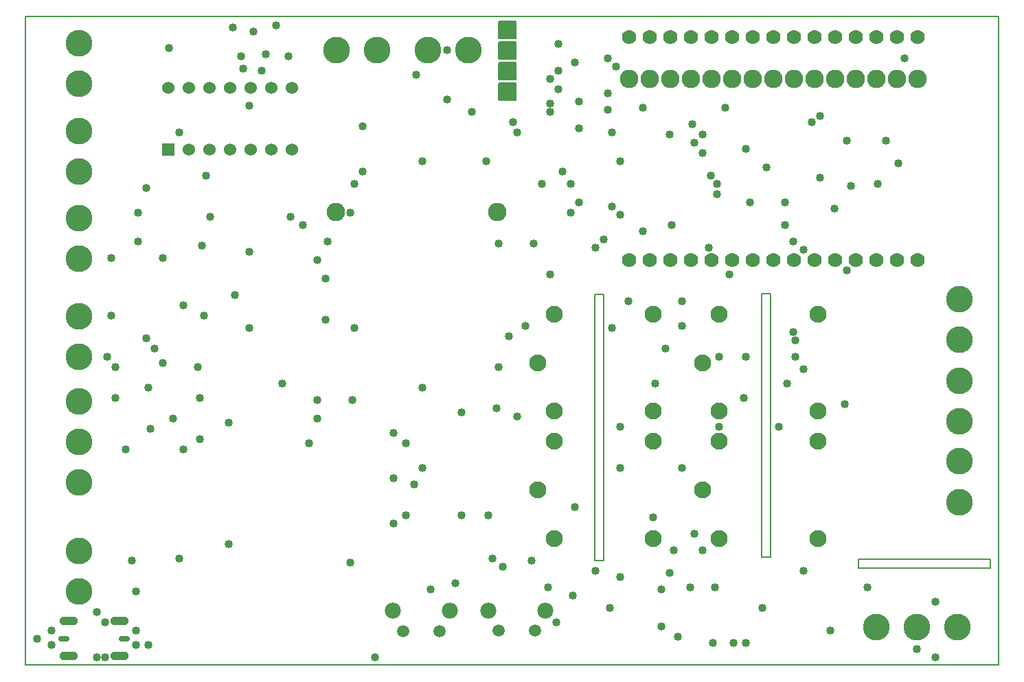
<source format=gbr>
G04 PROTEUS GERBER X2 FILE*
%TF.GenerationSoftware,Labcenter,Proteus,8.11-SP0-Build30052*%
%TF.CreationDate,2021-11-08T23:16:57+00:00*%
%TF.FileFunction,Soldermask,Bot*%
%TF.FilePolarity,Negative*%
%TF.Part,Single*%
%TF.SameCoordinates,{af5e3d67-cc9f-4e8b-9fcc-2bf036155207}*%
%FSLAX45Y45*%
%MOMM*%
G01*
%TA.AperFunction,Material*%
%ADD58C,1.016000*%
%TA.AperFunction,Material*%
%ADD59C,1.778000*%
%TA.AperFunction,Material*%
%ADD60C,2.286000*%
%AMPPAD055*
4,1,36,
-1.143000,-1.016000,
-1.143000,1.016000,
-1.140470,1.041970,
-1.133200,1.065980,
-1.121650,1.087580,
-1.106290,1.106290,
-1.087570,1.121650,
-1.065980,1.133200,
-1.041970,1.140470,
-1.016000,1.143000,
1.016000,1.143000,
1.041970,1.140470,
1.065980,1.133200,
1.087570,1.121650,
1.106290,1.106290,
1.121650,1.087580,
1.133200,1.065980,
1.140470,1.041970,
1.143000,1.016000,
1.143000,-1.016000,
1.140470,-1.041970,
1.133200,-1.065980,
1.121650,-1.087580,
1.106290,-1.106290,
1.087570,-1.121650,
1.065980,-1.133200,
1.041970,-1.140470,
1.016000,-1.143000,
-1.016000,-1.143000,
-1.041970,-1.140470,
-1.065980,-1.133200,
-1.087570,-1.121650,
-1.106290,-1.106290,
-1.121650,-1.087580,
-1.133200,-1.065980,
-1.140470,-1.041970,
-1.143000,-1.016000,
0*%
%TA.AperFunction,Material*%
%ADD61PPAD055*%
%TA.AperFunction,Material*%
%ADD62C,3.302000*%
%TA.AperFunction,Material*%
%ADD63C,2.100000*%
%AMPPAD066*
4,1,36,
-0.635000,0.762000,
0.635000,0.762000,
0.660970,0.759470,
0.684980,0.752200,
0.706580,0.740650,
0.725290,0.725290,
0.740650,0.706570,
0.752200,0.684980,
0.759470,0.660970,
0.762000,0.635000,
0.762000,-0.635000,
0.759470,-0.660970,
0.752200,-0.684980,
0.740650,-0.706570,
0.725290,-0.725290,
0.706580,-0.740650,
0.684980,-0.752200,
0.660970,-0.759470,
0.635000,-0.762000,
-0.635000,-0.762000,
-0.660970,-0.759470,
-0.684980,-0.752200,
-0.706580,-0.740650,
-0.725290,-0.725290,
-0.740650,-0.706570,
-0.752200,-0.684980,
-0.759470,-0.660970,
-0.762000,-0.635000,
-0.762000,0.635000,
-0.759470,0.660970,
-0.752200,0.684980,
-0.740650,0.706570,
-0.725290,0.725290,
-0.706580,0.740650,
-0.684980,0.752200,
-0.660970,0.759470,
-0.635000,0.762000,
0*%
%TA.AperFunction,Material*%
%ADD76PPAD066*%
%ADD77C,1.524000*%
%TA.AperFunction,Material*%
%ADD94C,1.520000*%
%ADD95C,1.980000*%
%AMPPAD089*
4,1,34,
-0.550010,0.550000,
0.550010,0.550000,
0.662460,0.539060,
0.766460,0.507570,
0.859980,0.457550,
0.941020,0.391020,
1.007550,0.309980,
1.057570,0.216460,
1.089060,0.112460,
1.100000,-0.000010,
1.089060,-0.112460,
1.057570,-0.216460,
1.007550,-0.309980,
0.941020,-0.391020,
0.859980,-0.457550,
0.766460,-0.507570,
0.662460,-0.539060,
0.550010,-0.550000,
-0.550010,-0.550000,
-0.662460,-0.539060,
-0.766460,-0.507570,
-0.859980,-0.457550,
-0.941020,-0.391020,
-1.007550,-0.309980,
-1.057570,-0.216460,
-1.089060,-0.112460,
-1.100000,0.000010,
-1.089060,0.112460,
-1.057570,0.216460,
-1.007550,0.309980,
-0.941020,0.391020,
-0.859980,0.457550,
-0.766460,0.507570,
-0.662460,0.539060,
-0.550010,0.550000,
0*%
%TA.AperFunction,Material*%
%ADD99PPAD089*%
%AMPPAD090*
4,1,34,
-0.350010,0.350000,
0.350010,0.350000,
0.421570,0.343040,
0.487750,0.323000,
0.547260,0.291170,
0.598830,0.248830,
0.641170,0.197260,
0.673000,0.137750,
0.693040,0.071570,
0.700000,-0.000010,
0.693040,-0.071570,
0.673000,-0.137750,
0.641170,-0.197260,
0.598830,-0.248830,
0.547260,-0.291170,
0.487750,-0.323000,
0.421570,-0.343040,
0.350010,-0.350000,
-0.350010,-0.350000,
-0.421570,-0.343040,
-0.487750,-0.323000,
-0.547260,-0.291170,
-0.598830,-0.248830,
-0.641170,-0.197260,
-0.673000,-0.137750,
-0.693040,-0.071570,
-0.700000,0.000010,
-0.693040,0.071570,
-0.673000,0.137750,
-0.641170,0.197260,
-0.598830,0.248830,
-0.547260,0.291170,
-0.487750,0.323000,
-0.421570,0.343040,
-0.350010,0.350000,
0*%
%ADD100PPAD090*%
%TA.AperFunction,Profile*%
%ADD49C,0.203200*%
%TD.AperFunction*%
D58*
X+1955800Y+4445000D03*
X+1524000Y+3429000D03*
X+2133600Y+3683000D03*
X+1549400Y+2921000D03*
X+2184400Y+5181600D03*
X+1600200Y+3911600D03*
X+3429000Y+5435600D03*
X+3251200Y+7518400D03*
X+3175000Y+3479800D03*
X+2971800Y+7543800D03*
X+1701800Y+3733800D03*
X+2667000Y+7518400D03*
X+5003800Y+939800D03*
X+5384800Y+3124200D03*
X+5384800Y+1854200D03*
X+7035800Y+1168400D03*
X+6781800Y+1955800D03*
X+6172200Y+4191000D03*
X+10109200Y+3225800D03*
X+9601200Y+3657600D03*
X+9601200Y+1168400D03*
X+6756400Y+863600D03*
X+5765800Y+1320800D03*
X+6553200Y+533400D03*
X+7950200Y+1143000D03*
X+7340600Y+5562600D03*
X+7340600Y+6223000D03*
X+6451600Y+965200D03*
X+7442200Y+4495800D03*
X+8102600Y+4495800D03*
X+9601200Y+5130800D03*
X+9804400Y+6781800D03*
X+9804400Y+6019800D03*
X+889000Y+101600D03*
X+889000Y+660400D03*
X+152400Y+330200D03*
X+990600Y+101600D03*
X+990600Y+533400D03*
X+2235200Y+6045200D03*
X+1828800Y+3048000D03*
X+2514600Y+2997200D03*
X+2514600Y+1498600D03*
X+2768600Y+5105400D03*
X+4064000Y+4165600D03*
X+3733800Y+5232400D03*
X+2768600Y+4165600D03*
X+4699000Y+1854200D03*
X+4699000Y+2743200D03*
X+2590800Y+4572000D03*
X+7975600Y+5435600D03*
X+7950200Y+6553200D03*
X+1498600Y+4038600D03*
X+1905000Y+1320800D03*
X+5842000Y+5207000D03*
X+7340600Y+1092200D03*
X+1117600Y+3302000D03*
X+5842000Y+3683000D03*
X+7340600Y+2438400D03*
X+8102600Y+2438400D03*
X+6273800Y+5207000D03*
X+1117600Y+3683000D03*
X+6477000Y+7239000D03*
X+1955800Y+2667000D03*
X+5816600Y+3175000D03*
X+8204200Y+965200D03*
X+1244600Y+2667000D03*
X+8636000Y+6883400D03*
X+7620000Y+6883400D03*
X+7620000Y+5359400D03*
X+4013200Y+5588000D03*
X+8890000Y+6375400D03*
X+9144000Y+6146800D03*
X+6832600Y+6629400D03*
X+7035800Y+5156200D03*
X+8432800Y+5156200D03*
X+9474200Y+5232400D03*
X+7188200Y+6858000D03*
X+7137400Y+5257800D03*
X+7239000Y+4165600D03*
X+8102600Y+4191000D03*
X+8051800Y+355600D03*
X+8229600Y+6680200D03*
X+2921000Y+7340600D03*
X+2565400Y+7874000D03*
X+6477000Y+6934200D03*
X+6375400Y+5943600D03*
X+4064000Y+5943600D03*
X+8001000Y+1422400D03*
X+8356600Y+1422400D03*
X+9499600Y+3810000D03*
X+9499600Y+4013200D03*
X+7239000Y+6578600D03*
X+7239000Y+5664200D03*
X+9982200Y+5638800D03*
X+1066800Y+4318000D03*
X+1016000Y+3810000D03*
X+7899400Y+3911600D03*
X+7213600Y+711200D03*
X+330200Y+254000D03*
X+1371600Y+254000D03*
X+1371600Y+914400D03*
X+4038600Y+3276600D03*
X+6781800Y+7442200D03*
X+5207000Y+7594600D03*
X+8458200Y+6045200D03*
X+1701800Y+5029200D03*
X+1066800Y+5029200D03*
X+4546600Y+2870200D03*
X+3606800Y+3276600D03*
X+4546600Y+2311400D03*
X+1320800Y+1295400D03*
X+1524000Y+254000D03*
X+4546600Y+1752600D03*
X+2286000Y+5537200D03*
X+3505200Y+2743200D03*
X+3708400Y+4267200D03*
X+1371600Y+431800D03*
X+10515600Y+5943600D03*
X+3276600Y+5537200D03*
X+330200Y+431800D03*
X+3606800Y+3048000D03*
X+2159000Y+2794000D03*
X+2159000Y+3302000D03*
X+3708400Y+4775200D03*
X+2209800Y+4318000D03*
X+3606800Y+5003800D03*
X+8534400Y+5943600D03*
X+8534400Y+5816600D03*
X+8356600Y+6324600D03*
X+8940800Y+5715000D03*
X+4902200Y+2438400D03*
X+8890000Y+279400D03*
X+5892800Y+1219200D03*
X+6248400Y+1295400D03*
X+7848600Y+482600D03*
X+10998200Y+203200D03*
X+7848600Y+939800D03*
X+4826000Y+7289800D03*
X+7772400Y+3479800D03*
X+10134600Y+4876800D03*
X+4800600Y+2235200D03*
X+10388600Y+965200D03*
X+9296400Y+2946400D03*
X+8890000Y+3810000D03*
X+8559800Y+3810000D03*
X+5969000Y+4064000D03*
X+6070600Y+6578600D03*
X+9398000Y+3479800D03*
X+8864600Y+3302000D03*
X+6019800Y+6705600D03*
X+6477000Y+6832600D03*
X+6477000Y+4826000D03*
X+8686800Y+4826000D03*
X+9474200Y+4114800D03*
X+7340600Y+2946400D03*
X+8559800Y+2946400D03*
X+6578600Y+7112000D03*
X+6731000Y+5588000D03*
X+5511800Y+6832600D03*
X+9093200Y+711200D03*
X+8737600Y+279400D03*
X+8483600Y+279400D03*
X+3098800Y+7899400D03*
X+6578600Y+7340600D03*
X+6578600Y+7670800D03*
X+1905000Y+6578600D03*
X+9702800Y+6705600D03*
X+7289800Y+7391400D03*
X+7188200Y+7061200D03*
X+6832600Y+6959600D03*
X+8356600Y+6553200D03*
X+10617200Y+6477000D03*
X+10134600Y+6477000D03*
X+2819400Y+7823200D03*
X+7188200Y+7493000D03*
X+6629400Y+6096000D03*
X+4165600Y+6096000D03*
X+10845800Y+7493000D03*
X+2692400Y+7366000D03*
X+4902200Y+6223000D03*
X+10769600Y+6197600D03*
X+10185400Y+5918200D03*
X+6832600Y+5715000D03*
X+8255000Y+6451600D03*
X+4902200Y+3429000D03*
X+1778000Y+7620000D03*
X+9372600Y+5435600D03*
X+5308600Y+1016000D03*
X+6070600Y+3073400D03*
X+5689600Y+6223000D03*
X+6731000Y+5943600D03*
X+9372600Y+5715000D03*
X+1397000Y+5588000D03*
X+1397000Y+5232400D03*
X+5715000Y+1854200D03*
X+5207000Y+6985000D03*
X+4165600Y+6654800D03*
X+2768600Y+6908800D03*
X+1498600Y+5892800D03*
X+7747000Y+1828800D03*
X+8255000Y+1625600D03*
X+4013200Y+1270000D03*
X+4318000Y+101600D03*
X+11226800Y+101600D03*
X+11226800Y+787400D03*
X+8509000Y+965200D03*
X+9931400Y+431800D03*
D59*
X+11010000Y+7760000D03*
X+10756000Y+7760000D03*
X+10502000Y+7760000D03*
X+10248000Y+7760000D03*
X+9994000Y+7760000D03*
X+9740000Y+7760000D03*
X+9486000Y+7760000D03*
X+9232000Y+7760000D03*
X+8978000Y+7760000D03*
X+8724000Y+7760000D03*
X+8470000Y+7760000D03*
X+8216000Y+7760000D03*
X+7962000Y+7760000D03*
X+7708000Y+7760000D03*
X+7454000Y+7760000D03*
X+7454000Y+5010000D03*
X+7708000Y+5010000D03*
X+7962000Y+5010000D03*
X+8216000Y+5010000D03*
X+8470000Y+5010000D03*
X+8724000Y+5010000D03*
X+8978000Y+5010000D03*
X+9232000Y+5010000D03*
X+9486000Y+5010000D03*
X+9740000Y+5010000D03*
X+9994000Y+5010000D03*
X+10248000Y+5010000D03*
X+10502000Y+5010000D03*
X+10756000Y+5010000D03*
X+11010000Y+5010000D03*
D60*
X+11014000Y+7240000D03*
X+10760000Y+7240000D03*
X+10506000Y+7240000D03*
X+10252000Y+7240000D03*
X+9998000Y+7240000D03*
X+9744000Y+7240000D03*
X+9490000Y+7240000D03*
X+9236000Y+7240000D03*
X+8982000Y+7240000D03*
X+8728000Y+7240000D03*
X+8474000Y+7240000D03*
X+8220000Y+7240000D03*
X+7966000Y+7240000D03*
X+7712000Y+7240000D03*
X+7458000Y+7240000D03*
D61*
X+5960000Y+7078000D03*
X+5960000Y+7332000D03*
X+5960000Y+7586000D03*
X+5960000Y+7840000D03*
D62*
X+670000Y+5019240D03*
X+670000Y+5519620D03*
X+670000Y+6099240D03*
X+670000Y+6599620D03*
X+670000Y+7179240D03*
X+670000Y+7679620D03*
X+11530000Y+4520380D03*
X+11530000Y+4020000D03*
X+11530000Y+3519620D03*
X+11530000Y+3019240D03*
X+11530000Y+2521400D03*
X+11530000Y+2021020D03*
D63*
X+8560000Y+3140000D03*
X+9780000Y+3140000D03*
X+9780000Y+4340000D03*
X+8560000Y+4340000D03*
X+8360000Y+3740000D03*
X+6530000Y+3140000D03*
X+7750000Y+3140000D03*
X+7750000Y+4340000D03*
X+6530000Y+4340000D03*
X+6330000Y+3740000D03*
X+6530000Y+1570000D03*
X+7750000Y+1570000D03*
X+7750000Y+2770000D03*
X+6530000Y+2770000D03*
X+6330000Y+2170000D03*
D76*
X+1776000Y+6368000D03*
D77*
X+2030000Y+6368000D03*
X+2284000Y+6368000D03*
X+2538000Y+6368000D03*
X+2792000Y+6368000D03*
X+3046000Y+6368000D03*
X+3300000Y+6368000D03*
X+3300000Y+7130000D03*
X+3046000Y+7130000D03*
X+2792000Y+7130000D03*
X+2538000Y+7130000D03*
X+2284000Y+7130000D03*
X+2030000Y+7130000D03*
X+1776000Y+7130000D03*
D60*
X+5830000Y+5600000D03*
X+3840000Y+5600000D03*
D62*
X+670000Y+919620D03*
X+670000Y+1420000D03*
D94*
X+4670000Y+430000D03*
X+5120000Y+430000D03*
D95*
X+4544000Y+679000D03*
X+5246000Y+679000D03*
D94*
X+5846000Y+431000D03*
X+6296000Y+431000D03*
D95*
X+5720000Y+680000D03*
X+6422000Y+680000D03*
D62*
X+4970000Y+7600000D03*
X+5470380Y+7600000D03*
X+3849620Y+7600000D03*
X+4350000Y+7600000D03*
D99*
X+550000Y+550000D03*
X+1170000Y+550000D03*
D100*
X+1235000Y+335000D03*
D99*
X+1170000Y+120000D03*
X+550000Y+120000D03*
D100*
X+485000Y+335000D03*
D62*
X+670000Y+3809620D03*
X+670000Y+4310000D03*
X+670000Y+2259620D03*
X+670000Y+2760000D03*
X+670000Y+3260380D03*
D63*
X+8560000Y+1570000D03*
X+9780000Y+1570000D03*
X+9780000Y+2770000D03*
X+8560000Y+2770000D03*
X+8360000Y+2170000D03*
D62*
X+11500380Y+480000D03*
X+11000000Y+480000D03*
X+10499620Y+480000D03*
D49*
X+10000Y+10000D02*
X+12010000Y+10000D01*
X+12010000Y+8010000D01*
X+10000Y+8010000D01*
X+10000Y+10000D01*
X+9090625Y+1343828D02*
X+9200625Y+1343828D01*
X+9200625Y+4593828D01*
X+9090625Y+4593828D01*
X+9090625Y+1343828D01*
X+7030625Y+1293828D02*
X+7140625Y+1293828D01*
X+7140625Y+4583828D01*
X+7030625Y+4583828D01*
X+7030625Y+1293828D01*
X+10285625Y+1208828D02*
X+11905625Y+1208828D01*
X+11905625Y+1318828D01*
X+10285625Y+1318828D01*
X+10285625Y+1208828D01*
M02*

</source>
